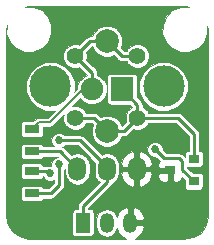
<source format=gtl>
%TF.GenerationSoftware,KiCad,Pcbnew,4.0.7*%
%TF.CreationDate,2018-05-06T15:49:40+02:00*%
%TF.ProjectId,BasicModule,42617369634D6F64756C652E6B696361,rev?*%
%TF.FileFunction,Copper,L1,Top,Signal*%
%FSLAX46Y46*%
G04 Gerber Fmt 4.6, Leading zero omitted, Abs format (unit mm)*
G04 Created by KiCad (PCBNEW 4.0.7) date 05/06/18 15:49:40*
%MOMM*%
%LPD*%
G01*
G04 APERTURE LIST*
%ADD10C,0.100000*%
%ADD11R,1.200000X1.700000*%
%ADD12O,1.200000X1.700000*%
%ADD13C,1.407160*%
%ADD14C,2.000000*%
%ADD15O,1.500000X2.000000*%
%ADD16C,3.500000*%
%ADD17R,1.900000X2.000000*%
%ADD18C,1.900000*%
%ADD19R,0.900000X0.800000*%
%ADD20R,1.300000X0.700000*%
%ADD21C,0.685800*%
%ADD22C,0.254000*%
%ADD23C,0.152400*%
G04 APERTURE END LIST*
D10*
D11*
X-11938000Y-19431000D03*
D12*
X-9938000Y-19431000D03*
X-7938000Y-19431000D03*
D13*
X-12588240Y-10556240D03*
X-12593320Y-5300980D03*
X-7332980Y-5313680D03*
X-7327900Y-10568940D03*
D14*
X-9906000Y-11673840D03*
X-9906000Y-4074160D03*
D15*
X-12406000Y-14874000D03*
X-9906000Y-14874000D03*
X-7406000Y-14874000D03*
D16*
X-14706000Y-7874000D03*
X-5106000Y-7874000D03*
D17*
X-8636000Y-8128000D03*
D18*
X-11176000Y-8128000D03*
D19*
X-2556000Y-15936000D03*
X-2556000Y-14036000D03*
X-4556000Y-14986000D03*
D20*
X-16256000Y-15052000D03*
X-16256000Y-16952000D03*
X-16256000Y-11496000D03*
X-16256000Y-13396000D03*
D21*
X-5842000Y-13208000D03*
X-13970000Y-14478000D03*
X-14732000Y-15240000D03*
X-13970000Y-12446000D03*
D22*
X-7327900Y-10568940D02*
X-3909060Y-10568940D01*
X-2556000Y-11922000D02*
X-2556000Y-14036000D01*
X-3909060Y-10568940D02*
X-2556000Y-11922000D01*
X-7327900Y-10568940D02*
X-7327900Y-9436100D01*
X-7327900Y-9436100D02*
X-8636000Y-8128000D01*
X-9906000Y-11673840D02*
X-8432800Y-11673840D01*
X-8432800Y-11673840D02*
X-7327900Y-10568940D01*
X-12588240Y-10556240D02*
X-11023600Y-10556240D01*
X-11023600Y-10556240D02*
X-9906000Y-11673840D01*
D23*
X-11176000Y-8128000D02*
X-11938000Y-8128000D01*
X-11938000Y-8128000D02*
X-14732000Y-10922000D01*
X-15682000Y-10922000D02*
X-16256000Y-11496000D01*
X-14732000Y-10922000D02*
X-15682000Y-10922000D01*
D22*
X-11176000Y-8128000D02*
X-11176000Y-6718300D01*
X-11176000Y-6718300D02*
X-12593320Y-5300980D01*
X-7332980Y-5313680D02*
X-8666480Y-5313680D01*
X-8666480Y-5313680D02*
X-9906000Y-4074160D01*
X-9906000Y-4074160D02*
X-11366500Y-4074160D01*
X-11366500Y-4074160D02*
X-12593320Y-5300980D01*
X-7406000Y-14874000D02*
X-4668000Y-14874000D01*
X-4668000Y-14874000D02*
X-4556000Y-14986000D01*
X-12406000Y-14874000D02*
X-12406000Y-15439000D01*
X-12406000Y-14874000D02*
X-12406000Y-15026000D01*
X-16256000Y-13396000D02*
X-13884000Y-13396000D01*
X-13884000Y-13396000D02*
X-12406000Y-14874000D01*
X-12406000Y-14874000D02*
X-12406000Y-15534000D01*
X-16256000Y-16952000D02*
X-14666000Y-16952000D01*
X-3556000Y-14936000D02*
X-2556000Y-15936000D01*
X-3556000Y-14224000D02*
X-3556000Y-14936000D01*
X-3810000Y-13970000D02*
X-3556000Y-14224000D01*
X-5080000Y-13970000D02*
X-3810000Y-13970000D01*
X-5842000Y-13208000D02*
X-5080000Y-13970000D01*
X-13970000Y-16256000D02*
X-13970000Y-14478000D01*
X-14666000Y-16952000D02*
X-13970000Y-16256000D01*
X-9906000Y-14874000D02*
X-9906000Y-16002000D01*
X-11938000Y-18034000D02*
X-11938000Y-19431000D01*
X-9906000Y-16002000D02*
X-11938000Y-18034000D01*
X-9906000Y-14874000D02*
X-9906000Y-14732000D01*
X-9906000Y-14732000D02*
X-12192000Y-12446000D01*
X-14920000Y-15052000D02*
X-16256000Y-15052000D01*
X-14732000Y-15240000D02*
X-14920000Y-15052000D01*
X-12192000Y-12446000D02*
X-13970000Y-12446000D01*
D10*
G36*
X-2987126Y-1144274D02*
X-3679068Y-1143670D01*
X-4379121Y-1432926D01*
X-4915192Y-1968062D01*
X-5205669Y-2667609D01*
X-5206330Y-3425068D01*
X-4917074Y-4125121D01*
X-4381938Y-4661192D01*
X-3682391Y-4951669D01*
X-2924932Y-4952330D01*
X-2224879Y-4663074D01*
X-1688808Y-4127938D01*
X-1398331Y-3428391D01*
X-1397727Y-2735877D01*
X-1329500Y-3078876D01*
X-1329500Y-18883314D01*
X-1526682Y-19649633D01*
X-1988491Y-20264038D01*
X-2650272Y-20654949D01*
X-3451112Y-20768500D01*
X-7546069Y-20768500D01*
X-7217755Y-20594071D01*
X-6923163Y-20248942D01*
X-6783071Y-19817349D01*
X-6915460Y-19635000D01*
X-7734000Y-19635000D01*
X-7734000Y-19655000D01*
X-8142000Y-19655000D01*
X-8142000Y-19635000D01*
X-8162000Y-19635000D01*
X-8162000Y-19227000D01*
X-8142000Y-19227000D01*
X-8142000Y-18183139D01*
X-7734000Y-18183139D01*
X-7734000Y-19227000D01*
X-6915460Y-19227000D01*
X-6783071Y-19044651D01*
X-6923163Y-18613058D01*
X-7217755Y-18267929D01*
X-7558194Y-18087058D01*
X-7734000Y-18183139D01*
X-8142000Y-18183139D01*
X-8317806Y-18087058D01*
X-8658245Y-18267929D01*
X-8952837Y-18613058D01*
X-9070419Y-18975302D01*
X-9102813Y-18812446D01*
X-9298775Y-18519167D01*
X-9592054Y-18323205D01*
X-9938000Y-18254392D01*
X-10283946Y-18323205D01*
X-10577225Y-18519167D01*
X-10773187Y-18812446D01*
X-10842000Y-19158392D01*
X-10842000Y-19703608D01*
X-10773187Y-20049554D01*
X-10577225Y-20342833D01*
X-10283946Y-20538795D01*
X-9938000Y-20607608D01*
X-9592054Y-20538795D01*
X-9298775Y-20342833D01*
X-9102813Y-20049554D01*
X-9070419Y-19886698D01*
X-8952837Y-20248942D01*
X-8658245Y-20594071D01*
X-8329931Y-20768500D01*
X-16597314Y-20768500D01*
X-17363633Y-20571318D01*
X-17978038Y-20109509D01*
X-18368949Y-19447728D01*
X-18482500Y-18646888D01*
X-18482500Y-13046000D01*
X-17215955Y-13046000D01*
X-17215955Y-13746000D01*
X-17194757Y-13858655D01*
X-17128178Y-13962123D01*
X-17026590Y-14031535D01*
X-16906000Y-14055955D01*
X-15606000Y-14055955D01*
X-15493345Y-14034757D01*
X-15389877Y-13968178D01*
X-15320465Y-13866590D01*
X-15312448Y-13827000D01*
X-14062526Y-13827000D01*
X-14058504Y-13831022D01*
X-14098112Y-13830987D01*
X-14335961Y-13929265D01*
X-14518096Y-14111082D01*
X-14616788Y-14348759D01*
X-14617002Y-14593200D01*
X-14860112Y-14592987D01*
X-14927908Y-14621000D01*
X-15311287Y-14621000D01*
X-15317243Y-14589345D01*
X-15383822Y-14485877D01*
X-15485410Y-14416465D01*
X-15606000Y-14392045D01*
X-16906000Y-14392045D01*
X-17018655Y-14413243D01*
X-17122123Y-14479822D01*
X-17191535Y-14581410D01*
X-17215955Y-14702000D01*
X-17215955Y-15402000D01*
X-17194757Y-15514655D01*
X-17128178Y-15618123D01*
X-17026590Y-15687535D01*
X-16906000Y-15711955D01*
X-15606000Y-15711955D01*
X-15493345Y-15690757D01*
X-15389877Y-15624178D01*
X-15320465Y-15522590D01*
X-15318728Y-15514012D01*
X-15280735Y-15605961D01*
X-15098918Y-15788096D01*
X-14861241Y-15886788D01*
X-14603888Y-15887013D01*
X-14401000Y-15803181D01*
X-14401000Y-16077474D01*
X-14844526Y-16521000D01*
X-15311287Y-16521000D01*
X-15317243Y-16489345D01*
X-15383822Y-16385877D01*
X-15485410Y-16316465D01*
X-15606000Y-16292045D01*
X-16906000Y-16292045D01*
X-17018655Y-16313243D01*
X-17122123Y-16379822D01*
X-17191535Y-16481410D01*
X-17215955Y-16602000D01*
X-17215955Y-17302000D01*
X-17194757Y-17414655D01*
X-17128178Y-17518123D01*
X-17026590Y-17587535D01*
X-16906000Y-17611955D01*
X-15606000Y-17611955D01*
X-15493345Y-17590757D01*
X-15389877Y-17524178D01*
X-15320465Y-17422590D01*
X-15312448Y-17383000D01*
X-14666000Y-17383000D01*
X-14501063Y-17350192D01*
X-14361237Y-17256763D01*
X-13665237Y-16560763D01*
X-13571807Y-16420936D01*
X-13539000Y-16256000D01*
X-13539000Y-14961810D01*
X-13460000Y-14882947D01*
X-13460000Y-15149547D01*
X-13379769Y-15552895D01*
X-13151291Y-15894838D01*
X-12809348Y-16123316D01*
X-12406000Y-16203547D01*
X-12002652Y-16123316D01*
X-11660709Y-15894838D01*
X-11432231Y-15552895D01*
X-11352000Y-15149547D01*
X-11352000Y-14598453D01*
X-11432231Y-14195105D01*
X-11660709Y-13853162D01*
X-12002652Y-13624684D01*
X-12406000Y-13544453D01*
X-12809348Y-13624684D01*
X-12951085Y-13719389D01*
X-13579237Y-13091237D01*
X-13651333Y-13043064D01*
X-13677954Y-13025276D01*
X-13604039Y-12994735D01*
X-13486098Y-12877000D01*
X-12370526Y-12877000D01*
X-10908414Y-14339112D01*
X-10960000Y-14598453D01*
X-10960000Y-15149547D01*
X-10879769Y-15552895D01*
X-10651291Y-15894838D01*
X-10505667Y-15992141D01*
X-12242763Y-17729237D01*
X-12336192Y-17869063D01*
X-12369000Y-18034000D01*
X-12369000Y-18271045D01*
X-12538000Y-18271045D01*
X-12650655Y-18292243D01*
X-12754123Y-18358822D01*
X-12823535Y-18460410D01*
X-12847955Y-18581000D01*
X-12847955Y-20281000D01*
X-12826757Y-20393655D01*
X-12760178Y-20497123D01*
X-12658590Y-20566535D01*
X-12538000Y-20590955D01*
X-11338000Y-20590955D01*
X-11225345Y-20569757D01*
X-11121877Y-20503178D01*
X-11052465Y-20401590D01*
X-11028045Y-20281000D01*
X-11028045Y-18581000D01*
X-11049243Y-18468345D01*
X-11115822Y-18364877D01*
X-11217410Y-18295465D01*
X-11338000Y-18271045D01*
X-11507000Y-18271045D01*
X-11507000Y-18212526D01*
X-9601237Y-16306763D01*
X-9557137Y-16240763D01*
X-9507808Y-16166937D01*
X-9498592Y-16120603D01*
X-9160709Y-15894838D01*
X-8932231Y-15552895D01*
X-8878694Y-15283742D01*
X-8708626Y-15283742D01*
X-8548339Y-15770076D01*
X-8214141Y-16158051D01*
X-7809601Y-16368175D01*
X-7610000Y-16274555D01*
X-7610000Y-15078000D01*
X-7202000Y-15078000D01*
X-7202000Y-16274555D01*
X-7002399Y-16368175D01*
X-6597859Y-16158051D01*
X-6263661Y-15770076D01*
X-6117137Y-15325500D01*
X-5564000Y-15325500D01*
X-5564000Y-15496993D01*
X-5479049Y-15702082D01*
X-5322082Y-15859050D01*
X-5116993Y-15944000D01*
X-4899500Y-15944000D01*
X-4760000Y-15804500D01*
X-4760000Y-15186000D01*
X-5424500Y-15186000D01*
X-5564000Y-15325500D01*
X-6117137Y-15325500D01*
X-6103374Y-15283742D01*
X-6233922Y-15078000D01*
X-7202000Y-15078000D01*
X-7610000Y-15078000D01*
X-8578078Y-15078000D01*
X-8708626Y-15283742D01*
X-8878694Y-15283742D01*
X-8852000Y-15149547D01*
X-8852000Y-14598453D01*
X-8878693Y-14464258D01*
X-8708626Y-14464258D01*
X-8578078Y-14670000D01*
X-7610000Y-14670000D01*
X-7610000Y-13473445D01*
X-7202000Y-13473445D01*
X-7202000Y-14670000D01*
X-6233922Y-14670000D01*
X-6103374Y-14464258D01*
X-6263661Y-13977924D01*
X-6597859Y-13589949D01*
X-7002399Y-13379825D01*
X-7202000Y-13473445D01*
X-7610000Y-13473445D01*
X-7809601Y-13379825D01*
X-8214141Y-13589949D01*
X-8548339Y-13977924D01*
X-8708626Y-14464258D01*
X-8878693Y-14464258D01*
X-8932231Y-14195105D01*
X-9160709Y-13853162D01*
X-9502652Y-13624684D01*
X-9906000Y-13544453D01*
X-10309348Y-13624684D01*
X-10365962Y-13662512D01*
X-11887237Y-12141237D01*
X-11941709Y-12104840D01*
X-12027063Y-12047808D01*
X-12192000Y-12015000D01*
X-13486190Y-12015000D01*
X-13603082Y-11897904D01*
X-13840759Y-11799212D01*
X-14098112Y-11798987D01*
X-14335961Y-11897265D01*
X-14518096Y-12079082D01*
X-14616788Y-12316759D01*
X-14617013Y-12574112D01*
X-14518735Y-12811961D01*
X-14365963Y-12965000D01*
X-15311287Y-12965000D01*
X-15317243Y-12933345D01*
X-15383822Y-12829877D01*
X-15485410Y-12760465D01*
X-15606000Y-12736045D01*
X-16906000Y-12736045D01*
X-17018655Y-12757243D01*
X-17122123Y-12823822D01*
X-17191535Y-12925410D01*
X-17215955Y-13046000D01*
X-18482500Y-13046000D01*
X-18482500Y-11146000D01*
X-17215955Y-11146000D01*
X-17215955Y-11846000D01*
X-17194757Y-11958655D01*
X-17128178Y-12062123D01*
X-17026590Y-12131535D01*
X-16906000Y-12155955D01*
X-15606000Y-12155955D01*
X-15493345Y-12134757D01*
X-15389877Y-12068178D01*
X-15320465Y-11966590D01*
X-15296045Y-11846000D01*
X-15296045Y-11302200D01*
X-14732000Y-11302200D01*
X-14586504Y-11273259D01*
X-14463158Y-11190842D01*
X-13573198Y-10300882D01*
X-13595645Y-10354941D01*
X-13595995Y-10755781D01*
X-13442923Y-11126243D01*
X-13159734Y-11409927D01*
X-12789539Y-11563645D01*
X-12388699Y-11563995D01*
X-12018237Y-11410923D01*
X-11734553Y-11127734D01*
X-11676215Y-10987240D01*
X-11202126Y-10987240D01*
X-11082516Y-11106850D01*
X-11209773Y-11413320D01*
X-11210226Y-11932084D01*
X-11012122Y-12411532D01*
X-10645621Y-12778673D01*
X-10166520Y-12977613D01*
X-9647756Y-12978066D01*
X-9168308Y-12779962D01*
X-8801167Y-12413461D01*
X-8673016Y-12104840D01*
X-8432800Y-12104840D01*
X-8267863Y-12072032D01*
X-8128037Y-11978603D01*
X-7668102Y-11518668D01*
X-7529199Y-11576345D01*
X-7128359Y-11576695D01*
X-6757897Y-11423623D01*
X-6474213Y-11140434D01*
X-6415875Y-10999940D01*
X-4087586Y-10999940D01*
X-2987000Y-12100526D01*
X-2987000Y-13326045D01*
X-3006000Y-13326045D01*
X-3118655Y-13347243D01*
X-3222123Y-13413822D01*
X-3291535Y-13515410D01*
X-3315955Y-13636000D01*
X-3315955Y-13854519D01*
X-3505237Y-13665237D01*
X-3565929Y-13624684D01*
X-3645063Y-13571808D01*
X-3810000Y-13539000D01*
X-4901474Y-13539000D01*
X-5195132Y-13245342D01*
X-5194987Y-13079888D01*
X-5293265Y-12842039D01*
X-5475082Y-12659904D01*
X-5712759Y-12561212D01*
X-5970112Y-12560987D01*
X-6207961Y-12659265D01*
X-6390096Y-12841082D01*
X-6488788Y-13078759D01*
X-6489013Y-13336112D01*
X-6390735Y-13573961D01*
X-6208918Y-13756096D01*
X-5971241Y-13854788D01*
X-5804592Y-13854934D01*
X-5434329Y-14225197D01*
X-5479049Y-14269918D01*
X-5564000Y-14475007D01*
X-5564000Y-14646500D01*
X-5424500Y-14786000D01*
X-4760000Y-14786000D01*
X-4760000Y-14762000D01*
X-4352000Y-14762000D01*
X-4352000Y-14786000D01*
X-4332000Y-14786000D01*
X-4332000Y-15186000D01*
X-4352000Y-15186000D01*
X-4352000Y-15804500D01*
X-4212500Y-15944000D01*
X-3995007Y-15944000D01*
X-3789918Y-15859050D01*
X-3632951Y-15702082D01*
X-3564558Y-15536968D01*
X-3315955Y-15785571D01*
X-3315955Y-16336000D01*
X-3294757Y-16448655D01*
X-3228178Y-16552123D01*
X-3126590Y-16621535D01*
X-3006000Y-16645955D01*
X-2106000Y-16645955D01*
X-1993345Y-16624757D01*
X-1889877Y-16558178D01*
X-1820465Y-16456590D01*
X-1796045Y-16336000D01*
X-1796045Y-15536000D01*
X-1817243Y-15423345D01*
X-1883822Y-15319877D01*
X-1985410Y-15250465D01*
X-2106000Y-15226045D01*
X-2656429Y-15226045D01*
X-3125000Y-14757474D01*
X-3125000Y-14721857D01*
X-3006000Y-14745955D01*
X-2106000Y-14745955D01*
X-1993345Y-14724757D01*
X-1889877Y-14658178D01*
X-1820465Y-14556590D01*
X-1796045Y-14436000D01*
X-1796045Y-13636000D01*
X-1817243Y-13523345D01*
X-1883822Y-13419877D01*
X-1985410Y-13350465D01*
X-2106000Y-13326045D01*
X-2125000Y-13326045D01*
X-2125000Y-11922000D01*
X-2157808Y-11757063D01*
X-2251237Y-11617237D01*
X-3604297Y-10264177D01*
X-3623304Y-10251477D01*
X-3744123Y-10170748D01*
X-3909060Y-10137940D01*
X-6415782Y-10137940D01*
X-6473217Y-9998937D01*
X-6756406Y-9715253D01*
X-6896900Y-9656915D01*
X-6896900Y-9436100D01*
X-6929707Y-9271164D01*
X-7023137Y-9131337D01*
X-7376045Y-8778429D01*
X-7376045Y-8280773D01*
X-7160356Y-8280773D01*
X-6848312Y-9035977D01*
X-6271017Y-9614281D01*
X-5516358Y-9927642D01*
X-4699227Y-9928356D01*
X-3944023Y-9616312D01*
X-3365719Y-9039017D01*
X-3052358Y-8284358D01*
X-3051644Y-7467227D01*
X-3363688Y-6712023D01*
X-3940983Y-6133719D01*
X-4695642Y-5820358D01*
X-5512773Y-5819644D01*
X-6267977Y-6131688D01*
X-6846281Y-6708983D01*
X-7159642Y-7463642D01*
X-7160356Y-8280773D01*
X-7376045Y-8280773D01*
X-7376045Y-7128000D01*
X-7397243Y-7015345D01*
X-7463822Y-6911877D01*
X-7565410Y-6842465D01*
X-7686000Y-6818045D01*
X-9586000Y-6818045D01*
X-9698655Y-6839243D01*
X-9802123Y-6905822D01*
X-9871535Y-7007410D01*
X-9895955Y-7128000D01*
X-9895955Y-9128000D01*
X-9874757Y-9240655D01*
X-9808178Y-9344123D01*
X-9706590Y-9413535D01*
X-9586000Y-9437955D01*
X-7935571Y-9437955D01*
X-7758900Y-9614626D01*
X-7758900Y-9656822D01*
X-7897903Y-9714257D01*
X-8181587Y-9997446D01*
X-8335305Y-10367641D01*
X-8335655Y-10768481D01*
X-8277562Y-10909076D01*
X-8611326Y-11242840D01*
X-8673155Y-11242840D01*
X-8799878Y-10936148D01*
X-9166379Y-10569007D01*
X-9645480Y-10370067D01*
X-10164244Y-10369614D01*
X-10473088Y-10497226D01*
X-10718837Y-10251477D01*
X-10858663Y-10158048D01*
X-11023600Y-10125240D01*
X-11676122Y-10125240D01*
X-11733557Y-9986237D01*
X-12016746Y-9702553D01*
X-12386941Y-9548835D01*
X-12787781Y-9548485D01*
X-12844052Y-9571736D01*
X-12174772Y-8902456D01*
X-11887261Y-9190469D01*
X-11426530Y-9381782D01*
X-10927658Y-9382217D01*
X-10466594Y-9191709D01*
X-10113531Y-8839261D01*
X-9922218Y-8378530D01*
X-9921783Y-7879658D01*
X-10112291Y-7418594D01*
X-10464739Y-7065531D01*
X-10745000Y-6949156D01*
X-10745000Y-6718300D01*
X-10777808Y-6553363D01*
X-10871237Y-6413537D01*
X-11643592Y-5641182D01*
X-11585915Y-5502279D01*
X-11585565Y-5101439D01*
X-11643658Y-4960844D01*
X-11187974Y-4505160D01*
X-11138845Y-4505160D01*
X-11012122Y-4811852D01*
X-10645621Y-5178993D01*
X-10166520Y-5377933D01*
X-9647756Y-5378386D01*
X-9338912Y-5250774D01*
X-8971243Y-5618443D01*
X-8831417Y-5711872D01*
X-8666480Y-5744680D01*
X-8245098Y-5744680D01*
X-8187663Y-5883683D01*
X-7904474Y-6167367D01*
X-7534279Y-6321085D01*
X-7133439Y-6321435D01*
X-6762977Y-6168363D01*
X-6479293Y-5885174D01*
X-6325575Y-5514979D01*
X-6325225Y-5114139D01*
X-6478297Y-4743677D01*
X-6761486Y-4459993D01*
X-7131681Y-4306275D01*
X-7532521Y-4305925D01*
X-7902983Y-4458997D01*
X-8186667Y-4742186D01*
X-8245005Y-4882680D01*
X-8487954Y-4882680D01*
X-8729484Y-4641150D01*
X-8602227Y-4334680D01*
X-8601774Y-3815916D01*
X-8799878Y-3336468D01*
X-9166379Y-2969327D01*
X-9645480Y-2770387D01*
X-10164244Y-2769934D01*
X-10643692Y-2968038D01*
X-11010833Y-3334539D01*
X-11138984Y-3643160D01*
X-11366500Y-3643160D01*
X-11531437Y-3675968D01*
X-11671263Y-3769397D01*
X-12253118Y-4351252D01*
X-12392021Y-4293575D01*
X-12792861Y-4293225D01*
X-13163323Y-4446297D01*
X-13447007Y-4729486D01*
X-13600725Y-5099681D01*
X-13601075Y-5500521D01*
X-13448003Y-5870983D01*
X-13164814Y-6154667D01*
X-12794619Y-6308385D01*
X-12393779Y-6308735D01*
X-12253184Y-6250642D01*
X-11607000Y-6896826D01*
X-11607000Y-6949256D01*
X-11885406Y-7064291D01*
X-12238469Y-7416739D01*
X-12429782Y-7877470D01*
X-12429961Y-8082277D01*
X-12666784Y-8319100D01*
X-12652358Y-8284358D01*
X-12651644Y-7467227D01*
X-12963688Y-6712023D01*
X-13540983Y-6133719D01*
X-14295642Y-5820358D01*
X-15112773Y-5819644D01*
X-15867977Y-6131688D01*
X-16446281Y-6708983D01*
X-16759642Y-7463642D01*
X-16760356Y-8280773D01*
X-16448312Y-9035977D01*
X-15871017Y-9614281D01*
X-15116358Y-9927642D01*
X-14299227Y-9928356D01*
X-14259713Y-9912029D01*
X-14889484Y-10541800D01*
X-15682000Y-10541800D01*
X-15827496Y-10570741D01*
X-15950842Y-10653158D01*
X-16133729Y-10836045D01*
X-16906000Y-10836045D01*
X-17018655Y-10857243D01*
X-17122123Y-10923822D01*
X-17191535Y-11025410D01*
X-17215955Y-11146000D01*
X-18482500Y-11146000D01*
X-18482500Y-3197112D01*
X-18413708Y-2711943D01*
X-18414330Y-3425068D01*
X-18125074Y-4125121D01*
X-17589938Y-4661192D01*
X-16890391Y-4951669D01*
X-16132932Y-4952330D01*
X-15432879Y-4663074D01*
X-14896808Y-4127938D01*
X-14606331Y-3428391D01*
X-14605670Y-2670932D01*
X-14894926Y-1970879D01*
X-15430062Y-1434808D01*
X-16129609Y-1144331D01*
X-16862330Y-1143692D01*
X-16597314Y-1075500D01*
X-3332876Y-1075500D01*
X-2987126Y-1144274D01*
X-2987126Y-1144274D01*
G37*
X-2987126Y-1144274D02*
X-3679068Y-1143670D01*
X-4379121Y-1432926D01*
X-4915192Y-1968062D01*
X-5205669Y-2667609D01*
X-5206330Y-3425068D01*
X-4917074Y-4125121D01*
X-4381938Y-4661192D01*
X-3682391Y-4951669D01*
X-2924932Y-4952330D01*
X-2224879Y-4663074D01*
X-1688808Y-4127938D01*
X-1398331Y-3428391D01*
X-1397727Y-2735877D01*
X-1329500Y-3078876D01*
X-1329500Y-18883314D01*
X-1526682Y-19649633D01*
X-1988491Y-20264038D01*
X-2650272Y-20654949D01*
X-3451112Y-20768500D01*
X-7546069Y-20768500D01*
X-7217755Y-20594071D01*
X-6923163Y-20248942D01*
X-6783071Y-19817349D01*
X-6915460Y-19635000D01*
X-7734000Y-19635000D01*
X-7734000Y-19655000D01*
X-8142000Y-19655000D01*
X-8142000Y-19635000D01*
X-8162000Y-19635000D01*
X-8162000Y-19227000D01*
X-8142000Y-19227000D01*
X-8142000Y-18183139D01*
X-7734000Y-18183139D01*
X-7734000Y-19227000D01*
X-6915460Y-19227000D01*
X-6783071Y-19044651D01*
X-6923163Y-18613058D01*
X-7217755Y-18267929D01*
X-7558194Y-18087058D01*
X-7734000Y-18183139D01*
X-8142000Y-18183139D01*
X-8317806Y-18087058D01*
X-8658245Y-18267929D01*
X-8952837Y-18613058D01*
X-9070419Y-18975302D01*
X-9102813Y-18812446D01*
X-9298775Y-18519167D01*
X-9592054Y-18323205D01*
X-9938000Y-18254392D01*
X-10283946Y-18323205D01*
X-10577225Y-18519167D01*
X-10773187Y-18812446D01*
X-10842000Y-19158392D01*
X-10842000Y-19703608D01*
X-10773187Y-20049554D01*
X-10577225Y-20342833D01*
X-10283946Y-20538795D01*
X-9938000Y-20607608D01*
X-9592054Y-20538795D01*
X-9298775Y-20342833D01*
X-9102813Y-20049554D01*
X-9070419Y-19886698D01*
X-8952837Y-20248942D01*
X-8658245Y-20594071D01*
X-8329931Y-20768500D01*
X-16597314Y-20768500D01*
X-17363633Y-20571318D01*
X-17978038Y-20109509D01*
X-18368949Y-19447728D01*
X-18482500Y-18646888D01*
X-18482500Y-13046000D01*
X-17215955Y-13046000D01*
X-17215955Y-13746000D01*
X-17194757Y-13858655D01*
X-17128178Y-13962123D01*
X-17026590Y-14031535D01*
X-16906000Y-14055955D01*
X-15606000Y-14055955D01*
X-15493345Y-14034757D01*
X-15389877Y-13968178D01*
X-15320465Y-13866590D01*
X-15312448Y-13827000D01*
X-14062526Y-13827000D01*
X-14058504Y-13831022D01*
X-14098112Y-13830987D01*
X-14335961Y-13929265D01*
X-14518096Y-14111082D01*
X-14616788Y-14348759D01*
X-14617002Y-14593200D01*
X-14860112Y-14592987D01*
X-14927908Y-14621000D01*
X-15311287Y-14621000D01*
X-15317243Y-14589345D01*
X-15383822Y-14485877D01*
X-15485410Y-14416465D01*
X-15606000Y-14392045D01*
X-16906000Y-14392045D01*
X-17018655Y-14413243D01*
X-17122123Y-14479822D01*
X-17191535Y-14581410D01*
X-17215955Y-14702000D01*
X-17215955Y-15402000D01*
X-17194757Y-15514655D01*
X-17128178Y-15618123D01*
X-17026590Y-15687535D01*
X-16906000Y-15711955D01*
X-15606000Y-15711955D01*
X-15493345Y-15690757D01*
X-15389877Y-15624178D01*
X-15320465Y-15522590D01*
X-15318728Y-15514012D01*
X-15280735Y-15605961D01*
X-15098918Y-15788096D01*
X-14861241Y-15886788D01*
X-14603888Y-15887013D01*
X-14401000Y-15803181D01*
X-14401000Y-16077474D01*
X-14844526Y-16521000D01*
X-15311287Y-16521000D01*
X-15317243Y-16489345D01*
X-15383822Y-16385877D01*
X-15485410Y-16316465D01*
X-15606000Y-16292045D01*
X-16906000Y-16292045D01*
X-17018655Y-16313243D01*
X-17122123Y-16379822D01*
X-17191535Y-16481410D01*
X-17215955Y-16602000D01*
X-17215955Y-17302000D01*
X-17194757Y-17414655D01*
X-17128178Y-17518123D01*
X-17026590Y-17587535D01*
X-16906000Y-17611955D01*
X-15606000Y-17611955D01*
X-15493345Y-17590757D01*
X-15389877Y-17524178D01*
X-15320465Y-17422590D01*
X-15312448Y-17383000D01*
X-14666000Y-17383000D01*
X-14501063Y-17350192D01*
X-14361237Y-17256763D01*
X-13665237Y-16560763D01*
X-13571807Y-16420936D01*
X-13539000Y-16256000D01*
X-13539000Y-14961810D01*
X-13460000Y-14882947D01*
X-13460000Y-15149547D01*
X-13379769Y-15552895D01*
X-13151291Y-15894838D01*
X-12809348Y-16123316D01*
X-12406000Y-16203547D01*
X-12002652Y-16123316D01*
X-11660709Y-15894838D01*
X-11432231Y-15552895D01*
X-11352000Y-15149547D01*
X-11352000Y-14598453D01*
X-11432231Y-14195105D01*
X-11660709Y-13853162D01*
X-12002652Y-13624684D01*
X-12406000Y-13544453D01*
X-12809348Y-13624684D01*
X-12951085Y-13719389D01*
X-13579237Y-13091237D01*
X-13651333Y-13043064D01*
X-13677954Y-13025276D01*
X-13604039Y-12994735D01*
X-13486098Y-12877000D01*
X-12370526Y-12877000D01*
X-10908414Y-14339112D01*
X-10960000Y-14598453D01*
X-10960000Y-15149547D01*
X-10879769Y-15552895D01*
X-10651291Y-15894838D01*
X-10505667Y-15992141D01*
X-12242763Y-17729237D01*
X-12336192Y-17869063D01*
X-12369000Y-18034000D01*
X-12369000Y-18271045D01*
X-12538000Y-18271045D01*
X-12650655Y-18292243D01*
X-12754123Y-18358822D01*
X-12823535Y-18460410D01*
X-12847955Y-18581000D01*
X-12847955Y-20281000D01*
X-12826757Y-20393655D01*
X-12760178Y-20497123D01*
X-12658590Y-20566535D01*
X-12538000Y-20590955D01*
X-11338000Y-20590955D01*
X-11225345Y-20569757D01*
X-11121877Y-20503178D01*
X-11052465Y-20401590D01*
X-11028045Y-20281000D01*
X-11028045Y-18581000D01*
X-11049243Y-18468345D01*
X-11115822Y-18364877D01*
X-11217410Y-18295465D01*
X-11338000Y-18271045D01*
X-11507000Y-18271045D01*
X-11507000Y-18212526D01*
X-9601237Y-16306763D01*
X-9557137Y-16240763D01*
X-9507808Y-16166937D01*
X-9498592Y-16120603D01*
X-9160709Y-15894838D01*
X-8932231Y-15552895D01*
X-8878694Y-15283742D01*
X-8708626Y-15283742D01*
X-8548339Y-15770076D01*
X-8214141Y-16158051D01*
X-7809601Y-16368175D01*
X-7610000Y-16274555D01*
X-7610000Y-15078000D01*
X-7202000Y-15078000D01*
X-7202000Y-16274555D01*
X-7002399Y-16368175D01*
X-6597859Y-16158051D01*
X-6263661Y-15770076D01*
X-6117137Y-15325500D01*
X-5564000Y-15325500D01*
X-5564000Y-15496993D01*
X-5479049Y-15702082D01*
X-5322082Y-15859050D01*
X-5116993Y-15944000D01*
X-4899500Y-15944000D01*
X-4760000Y-15804500D01*
X-4760000Y-15186000D01*
X-5424500Y-15186000D01*
X-5564000Y-15325500D01*
X-6117137Y-15325500D01*
X-6103374Y-15283742D01*
X-6233922Y-15078000D01*
X-7202000Y-15078000D01*
X-7610000Y-15078000D01*
X-8578078Y-15078000D01*
X-8708626Y-15283742D01*
X-8878694Y-15283742D01*
X-8852000Y-15149547D01*
X-8852000Y-14598453D01*
X-8878693Y-14464258D01*
X-8708626Y-14464258D01*
X-8578078Y-14670000D01*
X-7610000Y-14670000D01*
X-7610000Y-13473445D01*
X-7202000Y-13473445D01*
X-7202000Y-14670000D01*
X-6233922Y-14670000D01*
X-6103374Y-14464258D01*
X-6263661Y-13977924D01*
X-6597859Y-13589949D01*
X-7002399Y-13379825D01*
X-7202000Y-13473445D01*
X-7610000Y-13473445D01*
X-7809601Y-13379825D01*
X-8214141Y-13589949D01*
X-8548339Y-13977924D01*
X-8708626Y-14464258D01*
X-8878693Y-14464258D01*
X-8932231Y-14195105D01*
X-9160709Y-13853162D01*
X-9502652Y-13624684D01*
X-9906000Y-13544453D01*
X-10309348Y-13624684D01*
X-10365962Y-13662512D01*
X-11887237Y-12141237D01*
X-11941709Y-12104840D01*
X-12027063Y-12047808D01*
X-12192000Y-12015000D01*
X-13486190Y-12015000D01*
X-13603082Y-11897904D01*
X-13840759Y-11799212D01*
X-14098112Y-11798987D01*
X-14335961Y-11897265D01*
X-14518096Y-12079082D01*
X-14616788Y-12316759D01*
X-14617013Y-12574112D01*
X-14518735Y-12811961D01*
X-14365963Y-12965000D01*
X-15311287Y-12965000D01*
X-15317243Y-12933345D01*
X-15383822Y-12829877D01*
X-15485410Y-12760465D01*
X-15606000Y-12736045D01*
X-16906000Y-12736045D01*
X-17018655Y-12757243D01*
X-17122123Y-12823822D01*
X-17191535Y-12925410D01*
X-17215955Y-13046000D01*
X-18482500Y-13046000D01*
X-18482500Y-11146000D01*
X-17215955Y-11146000D01*
X-17215955Y-11846000D01*
X-17194757Y-11958655D01*
X-17128178Y-12062123D01*
X-17026590Y-12131535D01*
X-16906000Y-12155955D01*
X-15606000Y-12155955D01*
X-15493345Y-12134757D01*
X-15389877Y-12068178D01*
X-15320465Y-11966590D01*
X-15296045Y-11846000D01*
X-15296045Y-11302200D01*
X-14732000Y-11302200D01*
X-14586504Y-11273259D01*
X-14463158Y-11190842D01*
X-13573198Y-10300882D01*
X-13595645Y-10354941D01*
X-13595995Y-10755781D01*
X-13442923Y-11126243D01*
X-13159734Y-11409927D01*
X-12789539Y-11563645D01*
X-12388699Y-11563995D01*
X-12018237Y-11410923D01*
X-11734553Y-11127734D01*
X-11676215Y-10987240D01*
X-11202126Y-10987240D01*
X-11082516Y-11106850D01*
X-11209773Y-11413320D01*
X-11210226Y-11932084D01*
X-11012122Y-12411532D01*
X-10645621Y-12778673D01*
X-10166520Y-12977613D01*
X-9647756Y-12978066D01*
X-9168308Y-12779962D01*
X-8801167Y-12413461D01*
X-8673016Y-12104840D01*
X-8432800Y-12104840D01*
X-8267863Y-12072032D01*
X-8128037Y-11978603D01*
X-7668102Y-11518668D01*
X-7529199Y-11576345D01*
X-7128359Y-11576695D01*
X-6757897Y-11423623D01*
X-6474213Y-11140434D01*
X-6415875Y-10999940D01*
X-4087586Y-10999940D01*
X-2987000Y-12100526D01*
X-2987000Y-13326045D01*
X-3006000Y-13326045D01*
X-3118655Y-13347243D01*
X-3222123Y-13413822D01*
X-3291535Y-13515410D01*
X-3315955Y-13636000D01*
X-3315955Y-13854519D01*
X-3505237Y-13665237D01*
X-3565929Y-13624684D01*
X-3645063Y-13571808D01*
X-3810000Y-13539000D01*
X-4901474Y-13539000D01*
X-5195132Y-13245342D01*
X-5194987Y-13079888D01*
X-5293265Y-12842039D01*
X-5475082Y-12659904D01*
X-5712759Y-12561212D01*
X-5970112Y-12560987D01*
X-6207961Y-12659265D01*
X-6390096Y-12841082D01*
X-6488788Y-13078759D01*
X-6489013Y-13336112D01*
X-6390735Y-13573961D01*
X-6208918Y-13756096D01*
X-5971241Y-13854788D01*
X-5804592Y-13854934D01*
X-5434329Y-14225197D01*
X-5479049Y-14269918D01*
X-5564000Y-14475007D01*
X-5564000Y-14646500D01*
X-5424500Y-14786000D01*
X-4760000Y-14786000D01*
X-4760000Y-14762000D01*
X-4352000Y-14762000D01*
X-4352000Y-14786000D01*
X-4332000Y-14786000D01*
X-4332000Y-15186000D01*
X-4352000Y-15186000D01*
X-4352000Y-15804500D01*
X-4212500Y-15944000D01*
X-3995007Y-15944000D01*
X-3789918Y-15859050D01*
X-3632951Y-15702082D01*
X-3564558Y-15536968D01*
X-3315955Y-15785571D01*
X-3315955Y-16336000D01*
X-3294757Y-16448655D01*
X-3228178Y-16552123D01*
X-3126590Y-16621535D01*
X-3006000Y-16645955D01*
X-2106000Y-16645955D01*
X-1993345Y-16624757D01*
X-1889877Y-16558178D01*
X-1820465Y-16456590D01*
X-1796045Y-16336000D01*
X-1796045Y-15536000D01*
X-1817243Y-15423345D01*
X-1883822Y-15319877D01*
X-1985410Y-15250465D01*
X-2106000Y-15226045D01*
X-2656429Y-15226045D01*
X-3125000Y-14757474D01*
X-3125000Y-14721857D01*
X-3006000Y-14745955D01*
X-2106000Y-14745955D01*
X-1993345Y-14724757D01*
X-1889877Y-14658178D01*
X-1820465Y-14556590D01*
X-1796045Y-14436000D01*
X-1796045Y-13636000D01*
X-1817243Y-13523345D01*
X-1883822Y-13419877D01*
X-1985410Y-13350465D01*
X-2106000Y-13326045D01*
X-2125000Y-13326045D01*
X-2125000Y-11922000D01*
X-2157808Y-11757063D01*
X-2251237Y-11617237D01*
X-3604297Y-10264177D01*
X-3623304Y-10251477D01*
X-3744123Y-10170748D01*
X-3909060Y-10137940D01*
X-6415782Y-10137940D01*
X-6473217Y-9998937D01*
X-6756406Y-9715253D01*
X-6896900Y-9656915D01*
X-6896900Y-9436100D01*
X-6929707Y-9271164D01*
X-7023137Y-9131337D01*
X-7376045Y-8778429D01*
X-7376045Y-8280773D01*
X-7160356Y-8280773D01*
X-6848312Y-9035977D01*
X-6271017Y-9614281D01*
X-5516358Y-9927642D01*
X-4699227Y-9928356D01*
X-3944023Y-9616312D01*
X-3365719Y-9039017D01*
X-3052358Y-8284358D01*
X-3051644Y-7467227D01*
X-3363688Y-6712023D01*
X-3940983Y-6133719D01*
X-4695642Y-5820358D01*
X-5512773Y-5819644D01*
X-6267977Y-6131688D01*
X-6846281Y-6708983D01*
X-7159642Y-7463642D01*
X-7160356Y-8280773D01*
X-7376045Y-8280773D01*
X-7376045Y-7128000D01*
X-7397243Y-7015345D01*
X-7463822Y-6911877D01*
X-7565410Y-6842465D01*
X-7686000Y-6818045D01*
X-9586000Y-6818045D01*
X-9698655Y-6839243D01*
X-9802123Y-6905822D01*
X-9871535Y-7007410D01*
X-9895955Y-7128000D01*
X-9895955Y-9128000D01*
X-9874757Y-9240655D01*
X-9808178Y-9344123D01*
X-9706590Y-9413535D01*
X-9586000Y-9437955D01*
X-7935571Y-9437955D01*
X-7758900Y-9614626D01*
X-7758900Y-9656822D01*
X-7897903Y-9714257D01*
X-8181587Y-9997446D01*
X-8335305Y-10367641D01*
X-8335655Y-10768481D01*
X-8277562Y-10909076D01*
X-8611326Y-11242840D01*
X-8673155Y-11242840D01*
X-8799878Y-10936148D01*
X-9166379Y-10569007D01*
X-9645480Y-10370067D01*
X-10164244Y-10369614D01*
X-10473088Y-10497226D01*
X-10718837Y-10251477D01*
X-10858663Y-10158048D01*
X-11023600Y-10125240D01*
X-11676122Y-10125240D01*
X-11733557Y-9986237D01*
X-12016746Y-9702553D01*
X-12386941Y-9548835D01*
X-12787781Y-9548485D01*
X-12844052Y-9571736D01*
X-12174772Y-8902456D01*
X-11887261Y-9190469D01*
X-11426530Y-9381782D01*
X-10927658Y-9382217D01*
X-10466594Y-9191709D01*
X-10113531Y-8839261D01*
X-9922218Y-8378530D01*
X-9921783Y-7879658D01*
X-10112291Y-7418594D01*
X-10464739Y-7065531D01*
X-10745000Y-6949156D01*
X-10745000Y-6718300D01*
X-10777808Y-6553363D01*
X-10871237Y-6413537D01*
X-11643592Y-5641182D01*
X-11585915Y-5502279D01*
X-11585565Y-5101439D01*
X-11643658Y-4960844D01*
X-11187974Y-4505160D01*
X-11138845Y-4505160D01*
X-11012122Y-4811852D01*
X-10645621Y-5178993D01*
X-10166520Y-5377933D01*
X-9647756Y-5378386D01*
X-9338912Y-5250774D01*
X-8971243Y-5618443D01*
X-8831417Y-5711872D01*
X-8666480Y-5744680D01*
X-8245098Y-5744680D01*
X-8187663Y-5883683D01*
X-7904474Y-6167367D01*
X-7534279Y-6321085D01*
X-7133439Y-6321435D01*
X-6762977Y-6168363D01*
X-6479293Y-5885174D01*
X-6325575Y-5514979D01*
X-6325225Y-5114139D01*
X-6478297Y-4743677D01*
X-6761486Y-4459993D01*
X-7131681Y-4306275D01*
X-7532521Y-4305925D01*
X-7902983Y-4458997D01*
X-8186667Y-4742186D01*
X-8245005Y-4882680D01*
X-8487954Y-4882680D01*
X-8729484Y-4641150D01*
X-8602227Y-4334680D01*
X-8601774Y-3815916D01*
X-8799878Y-3336468D01*
X-9166379Y-2969327D01*
X-9645480Y-2770387D01*
X-10164244Y-2769934D01*
X-10643692Y-2968038D01*
X-11010833Y-3334539D01*
X-11138984Y-3643160D01*
X-11366500Y-3643160D01*
X-11531437Y-3675968D01*
X-11671263Y-3769397D01*
X-12253118Y-4351252D01*
X-12392021Y-4293575D01*
X-12792861Y-4293225D01*
X-13163323Y-4446297D01*
X-13447007Y-4729486D01*
X-13600725Y-5099681D01*
X-13601075Y-5500521D01*
X-13448003Y-5870983D01*
X-13164814Y-6154667D01*
X-12794619Y-6308385D01*
X-12393779Y-6308735D01*
X-12253184Y-6250642D01*
X-11607000Y-6896826D01*
X-11607000Y-6949256D01*
X-11885406Y-7064291D01*
X-12238469Y-7416739D01*
X-12429782Y-7877470D01*
X-12429961Y-8082277D01*
X-12666784Y-8319100D01*
X-12652358Y-8284358D01*
X-12651644Y-7467227D01*
X-12963688Y-6712023D01*
X-13540983Y-6133719D01*
X-14295642Y-5820358D01*
X-15112773Y-5819644D01*
X-15867977Y-6131688D01*
X-16446281Y-6708983D01*
X-16759642Y-7463642D01*
X-16760356Y-8280773D01*
X-16448312Y-9035977D01*
X-15871017Y-9614281D01*
X-15116358Y-9927642D01*
X-14299227Y-9928356D01*
X-14259713Y-9912029D01*
X-14889484Y-10541800D01*
X-15682000Y-10541800D01*
X-15827496Y-10570741D01*
X-15950842Y-10653158D01*
X-16133729Y-10836045D01*
X-16906000Y-10836045D01*
X-17018655Y-10857243D01*
X-17122123Y-10923822D01*
X-17191535Y-11025410D01*
X-17215955Y-11146000D01*
X-18482500Y-11146000D01*
X-18482500Y-3197112D01*
X-18413708Y-2711943D01*
X-18414330Y-3425068D01*
X-18125074Y-4125121D01*
X-17589938Y-4661192D01*
X-16890391Y-4951669D01*
X-16132932Y-4952330D01*
X-15432879Y-4663074D01*
X-14896808Y-4127938D01*
X-14606331Y-3428391D01*
X-14605670Y-2670932D01*
X-14894926Y-1970879D01*
X-15430062Y-1434808D01*
X-16129609Y-1144331D01*
X-16862330Y-1143692D01*
X-16597314Y-1075500D01*
X-3332876Y-1075500D01*
X-2987126Y-1144274D01*
M02*

</source>
